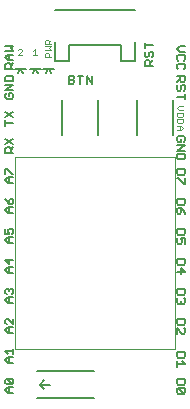
<source format=gto>
G75*
G70*
%OFA0B0*%
%FSLAX24Y24*%
%IPPOS*%
%LPD*%
%AMOC8*
5,1,8,0,0,1.08239X$1,22.5*
%
%ADD10C,0.0050*%
%ADD11C,0.0040*%
%ADD12C,0.0080*%
%ADD13C,0.0020*%
D10*
X002248Y000555D02*
X002338Y000645D01*
X002518Y000645D01*
X002473Y000760D02*
X002293Y000940D01*
X002473Y000940D01*
X002518Y000895D01*
X002518Y000805D01*
X002473Y000760D01*
X002293Y000760D01*
X002248Y000805D01*
X002248Y000895D01*
X002293Y000940D01*
X002383Y000645D02*
X002383Y000465D01*
X002338Y000465D02*
X002248Y000555D01*
X002338Y000465D02*
X002518Y000465D01*
X002518Y001465D02*
X002338Y001465D01*
X002248Y001555D01*
X002338Y001645D01*
X002518Y001645D01*
X002518Y001760D02*
X002518Y001940D01*
X002518Y001850D02*
X002248Y001850D01*
X002338Y001760D01*
X002383Y001645D02*
X002383Y001465D01*
X002383Y002465D02*
X002383Y002645D01*
X002338Y002645D02*
X002518Y002645D01*
X002518Y002760D02*
X002338Y002940D01*
X002293Y002940D01*
X002248Y002895D01*
X002248Y002805D01*
X002293Y002760D01*
X002338Y002645D02*
X002248Y002555D01*
X002338Y002465D01*
X002518Y002465D01*
X002518Y002760D02*
X002518Y002940D01*
X002518Y003465D02*
X002338Y003465D01*
X002248Y003555D01*
X002338Y003645D01*
X002518Y003645D01*
X002473Y003760D02*
X002518Y003805D01*
X002518Y003895D01*
X002473Y003940D01*
X002428Y003940D01*
X002383Y003895D01*
X002383Y003850D01*
X002383Y003895D02*
X002338Y003940D01*
X002293Y003940D01*
X002248Y003895D01*
X002248Y003805D01*
X002293Y003760D01*
X002383Y003645D02*
X002383Y003465D01*
X002383Y004465D02*
X002383Y004645D01*
X002338Y004645D02*
X002518Y004645D01*
X002383Y004760D02*
X002383Y004940D01*
X002518Y004895D02*
X002248Y004895D01*
X002383Y004760D01*
X002338Y004645D02*
X002248Y004555D01*
X002338Y004465D01*
X002518Y004465D01*
X002518Y005465D02*
X002338Y005465D01*
X002248Y005555D01*
X002338Y005645D01*
X002518Y005645D01*
X002473Y005760D02*
X002518Y005805D01*
X002518Y005895D01*
X002473Y005940D01*
X002383Y005940D01*
X002338Y005895D01*
X002338Y005850D01*
X002383Y005760D01*
X002248Y005760D01*
X002248Y005940D01*
X002383Y005645D02*
X002383Y005465D01*
X002383Y006465D02*
X002383Y006645D01*
X002338Y006645D02*
X002518Y006645D01*
X002473Y006760D02*
X002383Y006760D01*
X002383Y006895D01*
X002428Y006940D01*
X002473Y006940D01*
X002518Y006895D01*
X002518Y006805D01*
X002473Y006760D01*
X002383Y006760D02*
X002293Y006850D01*
X002248Y006940D01*
X002338Y006645D02*
X002248Y006555D01*
X002338Y006465D01*
X002518Y006465D01*
X002518Y007465D02*
X002338Y007465D01*
X002248Y007555D01*
X002338Y007645D01*
X002518Y007645D01*
X002518Y007760D02*
X002473Y007760D01*
X002293Y007940D01*
X002248Y007940D01*
X002248Y007760D01*
X002383Y007645D02*
X002383Y007465D01*
X002428Y008465D02*
X002428Y008600D01*
X002383Y008645D01*
X002293Y008645D01*
X002248Y008600D01*
X002248Y008465D01*
X002518Y008465D01*
X002428Y008555D02*
X002518Y008645D01*
X002518Y008760D02*
X002248Y008940D01*
X002248Y008760D02*
X002518Y008940D01*
X002248Y009365D02*
X002248Y009545D01*
X002248Y009455D02*
X002518Y009455D01*
X002518Y009660D02*
X002248Y009840D01*
X002248Y009660D02*
X002518Y009840D01*
X002473Y010265D02*
X002293Y010265D01*
X002248Y010310D01*
X002248Y010400D01*
X002293Y010445D01*
X002383Y010445D02*
X002383Y010355D01*
X002383Y010445D02*
X002473Y010445D01*
X002518Y010400D01*
X002518Y010310D01*
X002473Y010265D01*
X002518Y010560D02*
X002248Y010560D01*
X002518Y010740D01*
X002248Y010740D01*
X002248Y010854D02*
X002248Y010989D01*
X002293Y011034D01*
X002473Y011034D01*
X002518Y010989D01*
X002518Y010854D01*
X002248Y010854D01*
X002248Y011265D02*
X002248Y011400D01*
X002293Y011445D01*
X002383Y011445D01*
X002428Y011400D01*
X002428Y011265D01*
X002518Y011265D02*
X002248Y011265D01*
X002428Y011355D02*
X002518Y011445D01*
X002518Y011560D02*
X002338Y011560D01*
X002248Y011650D01*
X002338Y011740D01*
X002518Y011740D01*
X002518Y011854D02*
X002428Y011944D01*
X002518Y012034D01*
X002248Y012034D01*
X002248Y011854D02*
X002518Y011854D01*
X002383Y011740D02*
X002383Y011560D01*
X004152Y010231D02*
X004152Y009049D01*
X005333Y009049D02*
X005333Y010231D01*
X005137Y010765D02*
X005137Y011035D01*
X004957Y011035D02*
X004957Y010765D01*
X005137Y010765D02*
X004957Y011035D01*
X004843Y011035D02*
X004662Y011035D01*
X004753Y011035D02*
X004753Y010765D01*
X004548Y010810D02*
X004503Y010765D01*
X004368Y010765D01*
X004368Y011035D01*
X004503Y011035D01*
X004548Y010990D01*
X004548Y010945D01*
X004503Y010900D01*
X004368Y010900D01*
X004503Y010900D02*
X004548Y010855D01*
X004548Y010810D01*
X006652Y010231D02*
X006652Y009049D01*
X007833Y009049D02*
X007833Y010231D01*
X007968Y010336D02*
X008238Y010336D01*
X008238Y010426D02*
X008238Y010246D01*
X008193Y010540D02*
X008238Y010585D01*
X008238Y010675D01*
X008193Y010720D01*
X008148Y010720D01*
X008103Y010675D01*
X008103Y010585D01*
X008058Y010540D01*
X008013Y010540D01*
X007968Y010585D01*
X007968Y010675D01*
X008013Y010720D01*
X007968Y010835D02*
X008058Y010925D01*
X008058Y010880D02*
X008058Y011015D01*
X007968Y011015D02*
X008238Y011015D01*
X008238Y010880D01*
X008193Y010835D01*
X008103Y010835D01*
X008058Y010880D01*
X008013Y011246D02*
X007968Y011291D01*
X007968Y011381D01*
X008013Y011426D01*
X008193Y011426D01*
X008238Y011381D01*
X008238Y011291D01*
X008193Y011246D01*
X008193Y011540D02*
X008238Y011585D01*
X008238Y011675D01*
X008193Y011720D01*
X008013Y011720D01*
X007968Y011675D01*
X007968Y011585D01*
X008013Y011540D01*
X008058Y011835D02*
X007968Y011925D01*
X008058Y012015D01*
X008238Y012015D01*
X008238Y011835D02*
X008058Y011835D01*
X007168Y011795D02*
X007168Y011705D01*
X007123Y011660D01*
X007033Y011705D02*
X007033Y011795D01*
X007078Y011840D01*
X007123Y011840D01*
X007168Y011795D01*
X007168Y012044D02*
X006898Y012044D01*
X006898Y011954D02*
X006898Y012134D01*
X006943Y011840D02*
X006898Y011795D01*
X006898Y011705D01*
X006943Y011660D01*
X006988Y011660D01*
X007033Y011705D01*
X007033Y011545D02*
X006943Y011545D01*
X006898Y011500D01*
X006898Y011365D01*
X007168Y011365D01*
X007078Y011365D02*
X007078Y011500D01*
X007033Y011545D01*
X007078Y011455D02*
X007168Y011545D01*
X008013Y009015D02*
X007968Y008970D01*
X007968Y008880D01*
X008013Y008835D01*
X008103Y008835D01*
X008103Y008925D01*
X008193Y009015D02*
X008013Y009015D01*
X008193Y009015D02*
X008238Y008970D01*
X008238Y008880D01*
X008193Y008835D01*
X008238Y008720D02*
X007968Y008540D01*
X008238Y008540D01*
X008238Y008426D02*
X008238Y008291D01*
X008193Y008246D01*
X008013Y008246D01*
X007968Y008291D01*
X007968Y008426D01*
X008238Y008426D01*
X008238Y008720D02*
X007968Y008720D01*
X007968Y007915D02*
X007968Y007780D01*
X008013Y007735D01*
X008193Y007735D01*
X008238Y007780D01*
X008238Y007915D01*
X007968Y007915D01*
X007968Y007620D02*
X008013Y007620D01*
X008193Y007440D01*
X008238Y007440D01*
X008238Y007620D01*
X008238Y006915D02*
X007968Y006915D01*
X007968Y006780D01*
X008013Y006735D01*
X008193Y006735D01*
X008238Y006780D01*
X008238Y006915D01*
X008103Y006620D02*
X008013Y006620D01*
X007968Y006575D01*
X007968Y006485D01*
X008013Y006440D01*
X008058Y006440D01*
X008103Y006485D01*
X008103Y006620D01*
X008193Y006530D01*
X008238Y006440D01*
X008238Y005915D02*
X007968Y005915D01*
X007968Y005780D01*
X008013Y005735D01*
X008193Y005735D01*
X008238Y005780D01*
X008238Y005915D01*
X008238Y005620D02*
X008103Y005620D01*
X008148Y005530D01*
X008148Y005485D01*
X008103Y005440D01*
X008013Y005440D01*
X007968Y005485D01*
X007968Y005575D01*
X008013Y005620D01*
X008238Y005620D02*
X008238Y005440D01*
X008238Y004915D02*
X007968Y004915D01*
X007968Y004780D01*
X008013Y004735D01*
X008193Y004735D01*
X008238Y004780D01*
X008238Y004915D01*
X008103Y004620D02*
X008103Y004440D01*
X008238Y004485D02*
X008103Y004620D01*
X007968Y004485D02*
X008238Y004485D01*
X008238Y003915D02*
X007968Y003915D01*
X007968Y003780D01*
X008013Y003735D01*
X008193Y003735D01*
X008238Y003780D01*
X008238Y003915D01*
X008193Y003620D02*
X008238Y003575D01*
X008238Y003485D01*
X008193Y003440D01*
X008148Y003440D01*
X008103Y003485D01*
X008058Y003440D01*
X008013Y003440D01*
X007968Y003485D01*
X007968Y003575D01*
X008013Y003620D01*
X008103Y003530D02*
X008103Y003485D01*
X008238Y002915D02*
X007968Y002915D01*
X007968Y002780D01*
X008013Y002735D01*
X008193Y002735D01*
X008238Y002780D01*
X008238Y002915D01*
X008193Y002620D02*
X008238Y002575D01*
X008238Y002485D01*
X008193Y002440D01*
X008148Y002440D01*
X007968Y002620D01*
X007968Y002440D01*
X007968Y001815D02*
X007968Y001680D01*
X008013Y001635D01*
X008193Y001635D01*
X008238Y001680D01*
X008238Y001815D01*
X007968Y001815D01*
X007968Y001520D02*
X007968Y001340D01*
X007968Y001430D02*
X008238Y001430D01*
X008148Y001520D01*
X008238Y000915D02*
X007968Y000915D01*
X007968Y000780D01*
X008013Y000735D01*
X008193Y000735D01*
X008238Y000780D01*
X008238Y000915D01*
X008193Y000620D02*
X008013Y000620D01*
X008193Y000440D01*
X008013Y000440D01*
X007968Y000485D01*
X007968Y000575D01*
X008013Y000620D01*
X008193Y000620D02*
X008238Y000575D01*
X008238Y000485D01*
X008193Y000440D01*
D11*
X008096Y009224D02*
X007963Y009224D01*
X008063Y009224D02*
X008063Y009357D01*
X008096Y009357D02*
X007963Y009357D01*
X007996Y009445D02*
X007963Y009478D01*
X007963Y009578D01*
X008163Y009578D01*
X008163Y009478D01*
X008130Y009445D01*
X007996Y009445D01*
X008096Y009357D02*
X008163Y009290D01*
X008096Y009224D01*
X008130Y009666D02*
X007996Y009666D01*
X007963Y009699D01*
X007963Y009799D01*
X008163Y009799D01*
X008163Y009699D01*
X008130Y009666D01*
X008163Y009887D02*
X008030Y009887D01*
X007963Y009953D01*
X008030Y010020D01*
X008163Y010020D01*
X003773Y011660D02*
X003573Y011660D01*
X003573Y011760D01*
X003606Y011793D01*
X003673Y011793D01*
X003706Y011760D01*
X003706Y011660D01*
X003773Y011881D02*
X003573Y011881D01*
X003573Y012014D02*
X003773Y012014D01*
X003706Y011948D01*
X003773Y011881D01*
X003773Y012102D02*
X003573Y012102D01*
X003573Y012202D01*
X003606Y012235D01*
X003673Y012235D01*
X003706Y012202D01*
X003706Y012102D01*
X003706Y012169D02*
X003773Y012235D01*
X003296Y011710D02*
X003163Y011710D01*
X003230Y011710D02*
X003230Y011910D01*
X003163Y011843D01*
X002796Y011843D02*
X002796Y011877D01*
X002763Y011910D01*
X002696Y011910D01*
X002663Y011877D01*
X002796Y011843D02*
X002663Y011710D01*
X002796Y011710D01*
D12*
X002743Y011257D02*
X002562Y011257D01*
X002657Y011135D02*
X002733Y011251D01*
X002743Y011257D02*
X002835Y011135D01*
X002924Y011257D02*
X002743Y011257D01*
X003062Y011257D02*
X003243Y011257D01*
X003335Y011135D01*
X003424Y011257D02*
X003243Y011257D01*
X003233Y011251D02*
X003157Y011135D01*
X003512Y011257D02*
X003693Y011257D01*
X003785Y011135D01*
X003874Y011257D02*
X003693Y011257D01*
X003683Y011251D02*
X003607Y011135D01*
X003904Y011518D02*
X003904Y012148D01*
X003904Y011518D02*
X004377Y011518D01*
X004377Y012069D01*
X006109Y012069D01*
X006109Y011518D01*
X006581Y011518D01*
X006581Y012148D01*
X006581Y013211D02*
X003904Y013211D01*
X003293Y001190D02*
X005193Y001190D01*
X005193Y000290D02*
X003293Y000290D01*
X003543Y000590D02*
X003393Y000740D01*
X003543Y000890D01*
X003393Y000740D02*
X003743Y000740D01*
D13*
X002585Y001920D02*
X007900Y001920D01*
X007900Y008337D01*
X002585Y008337D01*
X002585Y001920D01*
M02*

</source>
